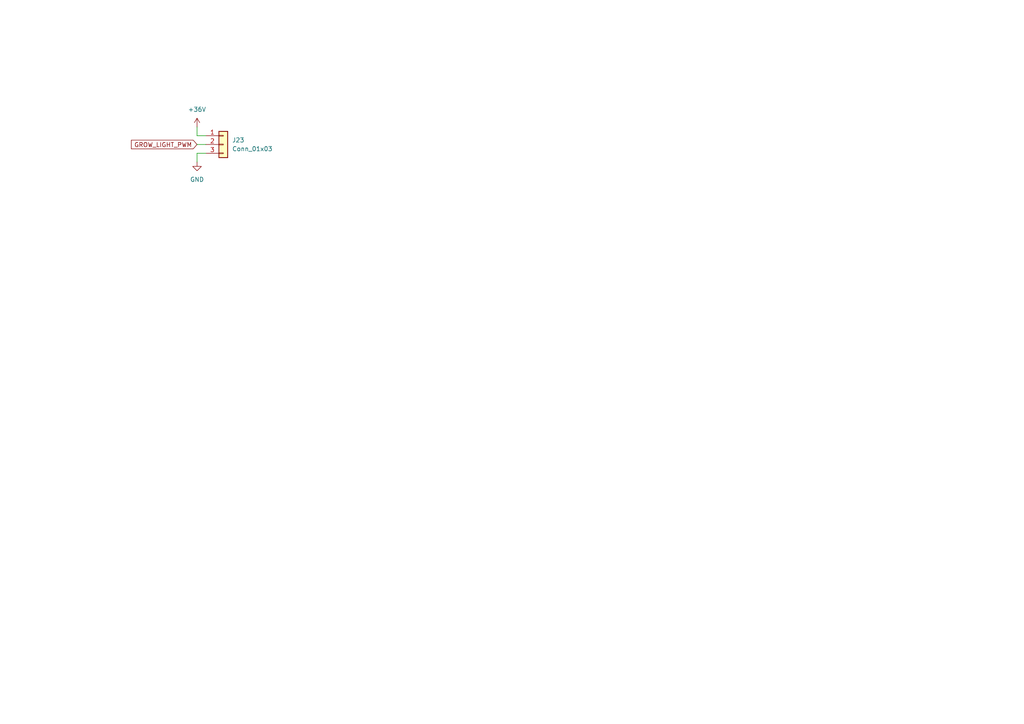
<source format=kicad_sch>
(kicad_sch (version 20231120) (generator "eeschema") (generator_version "8.0")
  (paper "A4")
  (lib_symbols
    (symbol "Connector_Generic:Conn_01x03" (pin_names (offset 1.016) hide)
      (property "Reference" "J" (at 0 5.08 0))
      (property "Value" "Conn_01x03" (at 0 -5.08 0))
      (symbol "Conn_01x03_1_1"
        (rectangle (start -1.27 -2.413) (end 0 -2.667) (stroke (width 0.1524)))
        (rectangle (start -1.27 0.127) (end 0 -0.127) (stroke (width 0.1524)))
        (rectangle (start -1.27 2.667) (end 0 2.413) (stroke (width 0.1524)))
        (rectangle (start -1.27 3.81) (end 1.27 -3.81) (stroke (width 0.254)) (fill (type background)))
        (pin passive line (at -5.08 2.54 0) (length 3.81) (name "Pin_1") (number "1"))
        (pin passive line (at -5.08 0 0) (length 3.81) (name "Pin_2") (number "2"))
        (pin passive line (at -5.08 -2.54 0) (length 3.81) (name "Pin_3") (number "3"))
      )
    )
    (symbol "power:+36V" (power) (pin_names (offset 0))
      (property "Value" "+36V" (at 0 3.556 0))
      (symbol "+36V_0_1"
        (polyline (pts (xy -0.762 1.27) (xy 0 2.54)))
        (polyline (pts (xy 0 0) (xy 0 2.54)))
        (polyline (pts (xy 0 2.54) (xy 0.762 1.27)))
      )
      (symbol "+36V_1_1"
        (pin power_in line (at 0 0 90) (length 0) hide (name "+36V") (number "1"))
      )
    )
    (symbol "power:GND" (power) (pin_names (offset 0))
      (property "Value" "GND" (at 0 -3.81 0))
      (symbol "GND_0_1"
        (polyline (pts (xy 0 0) (xy 0 -1.27) (xy 1.27 -1.27) (xy 0 -2.54) (xy -1.27 -1.27) (xy 0 -1.27)))
      )
      (symbol "GND_1_1"
        (pin power_in line (at 0 0 270) (length 0) hide (name "GND") (number "1"))
      )
    )
  )
  (wire (pts (xy 57.15 39.37) (xy 59.69 39.37)))
  (wire (pts (xy 57.15 41.91) (xy 59.69 41.91)))
  (wire (pts (xy 57.15 44.45) (xy 59.69 44.45)))
  (wire (pts (xy 57.15 46.99) (xy 57.15 44.45)))
  (wire (pts (xy 57.15 36.83) (xy 57.15 39.37)))
  (global_label "GROW_LIGHT_PWM" (shape input) (at 57.15 41.91 180) (property "Intersheetrefs" "${INTERSHEET_REFS}" (effects (hide yes))))
  (symbol (lib_id "Connector_Generic:Conn_01x03") (at 64.77 41.91 0) (unit 1)
    (property "Reference" "J23" (at 67.31 40.64 0) (effects (justify left)))
    (property "Value" "Conn_01x03" (at 67.31 43.18 0) (effects (justify left)))
    (property "Footprint" "Connector_JST:JST_VH_S3P-VH_1x03_P3.96mm_Horizontal" (effects (hide yes)))
  )
  (symbol (lib_id "power:GND") (at 57.15 46.99 0) (unit 1)
    (property "Reference" "#PWR0171" (effects (hide yes)))
    (property "Value" "GND" (at 57.15 52.07 0))
  )
  (symbol (lib_id "power:+36V") (at 57.15 36.83 0) (unit 1)
    (property "Reference" "#PWR0170" (effects (hide yes)))
    (property "Value" "+36V" (at 57.15 31.75 0))
  )
)
</source>
